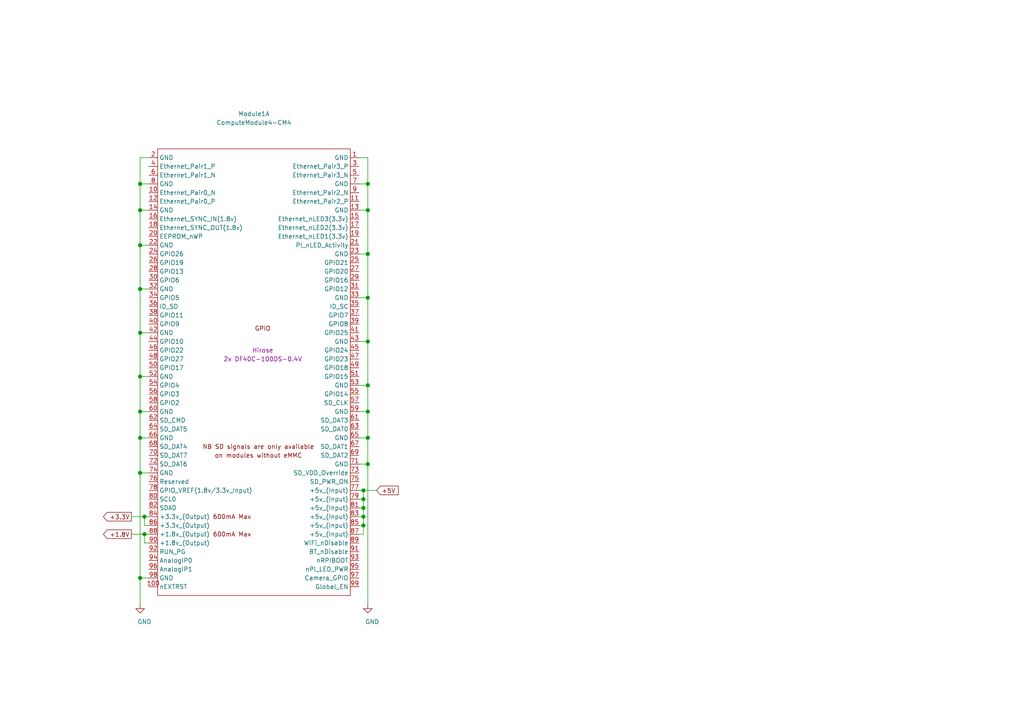
<source format=kicad_sch>
(kicad_sch (version 20211123) (generator eeschema)
  (paper "A4")
  (title_block (title "Raspberry Pi Compute Module 4 carrierusb-to-carrier") (date "2020-10-31") (rev "v01") (comment 2 "https://github.com/ChromiumOS-Guy/Carrierusb-to-Carrier/blob/main/LICENSE") (comment 3 "License: GNU General Public License v3.0") (comment 4 "Author: ChromiumOS-Guy"))
  (lib_symbols
    (symbol "CM4IO:ComputeModule4-CM4"
      (property "Reference" "Module" (at 113.03 -68.58 0))
      (property "Value" "ComputeModule4-CM4" (at 140.97 2.54 0))
      (property "Manufacturer" "Hirose" (at 0 0 0))
      (property "MPN" "2x DF40C-100DS-0.4V" (at 0 -2.54 0))
      (property "MPN (Alt)" "2x DF40HC(3.0)-100DS-0.4V" (at 0 0 0))
      (symbol "ComputeModule4-CM4_1_0"
        (text "GPIO" (at 0 6.35 0) (effects (font (size 1.27 1.27))))
      )
      (symbol "ComputeModule4-CM4_1_1"
        (rectangle (start -30.48 -71.12) (end 25.4 58.42))
        (text "600mA Max" (at -8.89 -53.34 0) (effects (font (size 1.27 1.27))))
        (text "600mA Max" (at -8.89 -48.26 0) (effects (font (size 1.27 1.27))))
        (text "NB SD signals are only available" (at -1.27 -27.94 0) (effects (font (size 1.27 1.27))))
        (text "on modules without eMMC" (at -1.27 -30.48 0) (effects (font (size 1.27 1.27))))
        (pin power_in line (at 27.94 55.88 180) (length 2.54) (name "GND") (number "1"))
        (pin passive line (at -33.02 45.72 0) (length 2.54) (name "Ethernet_Pair0_N") (number "10"))
        (pin output line (at -33.02 -68.58 0) (length 2.54) (name "nEXTRST") (number "100"))
        (pin passive line (at 27.94 43.18 180) (length 2.54) (name "Ethernet_Pair2_P") (number "11"))
        (pin passive line (at -33.02 43.18 0) (length 2.54) (name "Ethernet_Pair0_P") (number "12"))
        (pin power_in line (at 27.94 40.64 180) (length 2.54) (name "GND") (number "13"))
        (pin power_in line (at -33.02 40.64 0) (length 2.54) (name "GND") (number "14"))
        (pin output line (at 27.94 38.1 180) (length 2.54) (name "Ethernet_nLED3(3.3v)") (number "15"))
        (pin input line (at -33.02 38.1 0) (length 2.54) (name "Ethernet_SYNC_IN(1.8v)") (number "16"))
        (pin output line (at 27.94 35.56 180) (length 2.54) (name "Ethernet_nLED2(3.3v)") (number "17"))
        (pin input line (at -33.02 35.56 0) (length 2.54) (name "Ethernet_SYNC_OUT(1.8v)") (number "18"))
        (pin output line (at 27.94 33.02 180) (length 2.54) (name "Ethernet_nLED1(3.3v)") (number "19"))
        (pin power_in line (at -33.02 55.88 0) (length 2.54) (name "GND") (number "2"))
        (pin passive line (at -33.02 33.02 0) (length 2.54) (name "EEPROM_nWP") (number "20"))
        (pin open_collector line (at 27.94 30.48 180) (length 2.54) (name "PI_nLED_Activity") (number "21"))
        (pin power_in line (at -33.02 30.48 0) (length 2.54) (name "GND") (number "22"))
        (pin power_in line (at 27.94 27.94 180) (length 2.54) (name "GND") (number "23"))
        (pin passive line (at -33.02 27.94 0) (length 2.54) (name "GPIO26") (number "24"))
        (pin passive line (at 27.94 25.4 180) (length 2.54) (name "GPIO21") (number "25"))
        (pin passive line (at -33.02 25.4 0) (length 2.54) (name "GPIO19") (number "26"))
        (pin passive line (at 27.94 22.86 180) (length 2.54) (name "GPIO20") (number "27"))
        (pin passive line (at -33.02 22.86 0) (length 2.54) (name "GPIO13") (number "28"))
        (pin passive line (at 27.94 20.32 180) (length 2.54) (name "GPIO16") (number "29"))
        (pin passive line (at 27.94 53.34 180) (length 2.54) (name "Ethernet_Pair3_P") (number "3"))
        (pin passive line (at -33.02 20.32 0) (length 2.54) (name "GPIO6") (number "30"))
        (pin passive line (at 27.94 17.78 180) (length 2.54) (name "GPIO12") (number "31"))
        (pin power_in line (at -33.02 17.78 0) (length 2.54) (name "GND") (number "32"))
        (pin power_in line (at 27.94 15.24 180) (length 2.54) (name "GND") (number "33"))
        (pin passive line (at -33.02 15.24 0) (length 2.54) (name "GPIO5") (number "34"))
        (pin passive line (at 27.94 12.7 180) (length 2.54) (name "ID_SC") (number "35"))
        (pin passive line (at -33.02 12.7 0) (length 2.54) (name "ID_SD") (number "36"))
        (pin passive line (at 27.94 10.16 180) (length 2.54) (name "GPIO7") (number "37"))
        (pin passive line (at -33.02 10.16 0) (length 2.54) (name "GPIO11") (number "38"))
        (pin passive line (at 27.94 7.62 180) (length 2.54) (name "GPIO8") (number "39"))
        (pin passive line (at -33.02 53.34 0) (length 2.54) (name "Ethernet_Pair1_P") (number "4"))
        (pin passive line (at -33.02 7.62 0) (length 2.54) (name "GPIO9") (number "40"))
        (pin passive line (at 27.94 5.08 180) (length 2.54) (name "GPIO25") (number "41"))
        (pin power_in line (at -33.02 5.08 0) (length 2.54) (name "GND") (number "42"))
        (pin power_in line (at 27.94 2.54 180) (length 2.54) (name "GND") (number "43"))
        (pin passive line (at -33.02 2.54 0) (length 2.54) (name "GPIO10") (number "44"))
        (pin passive line (at 27.94 0 180) (length 2.54) (name "GPIO24") (number "45"))
        (pin passive line (at -33.02 0 0) (length 2.54) (name "GPIO22") (number "46"))
        (pin passive line (at 27.94 -2.54 180) (length 2.54) (name "GPIO23") (number "47"))
        (pin passive line (at -33.02 -2.54 0) (length 2.54) (name "GPIO27") (number "48"))
        (pin passive line (at 27.94 -5.08 180) (length 2.54) (name "GPIO18") (number "49"))
        (pin passive line (at 27.94 50.8 180) (length 2.54) (name "Ethernet_Pair3_N") (number "5"))
        (pin passive line (at -33.02 -5.08 0) (length 2.54) (name "GPIO17") (number "50"))
        (pin passive line (at 27.94 -7.62 180) (length 2.54) (name "GPIO15") (number "51"))
        (pin power_in line (at -33.02 -7.62 0) (length 2.54) (name "GND") (number "52"))
        (pin power_in line (at 27.94 -10.16 180) (length 2.54) (name "GND") (number "53"))
        (pin passive line (at -33.02 -10.16 0) (length 2.54) (name "GPIO4") (number "54"))
        (pin passive line (at 27.94 -12.7 180) (length 2.54) (name "GPIO14") (number "55"))
        (pin passive line (at -33.02 -12.7 0) (length 2.54) (name "GPIO3") (number "56"))
        (pin passive line (at 27.94 -15.24 180) (length 2.54) (name "SD_CLK") (number "57"))
        (pin passive line (at -33.02 -15.24 0) (length 2.54) (name "GPIO2") (number "58"))
        (pin power_in line (at 27.94 -17.78 180) (length 2.54) (name "GND") (number "59"))
        (pin passive line (at -33.02 50.8 0) (length 2.54) (name "Ethernet_Pair1_N") (number "6"))
        (pin power_in line (at -33.02 -17.78 0) (length 2.54) (name "GND") (number "60"))
        (pin passive line (at 27.94 -20.32 180) (length 2.54) (name "SD_DAT3") (number "61"))
        (pin passive line (at -33.02 -20.32 0) (length 2.54) (name "SD_CMD") (number "62"))
        (pin passive line (at 27.94 -22.86 180) (length 2.54) (name "SD_DAT0") (number "63"))
        (pin passive line (at -33.02 -22.86 0) (length 2.54) (name "SD_DAT5") (number "64"))
        (pin power_in line (at 27.94 -25.4 180) (length 2.54) (name "GND") (number "65"))
        (pin power_in line (at -33.02 -25.4 0) (length 2.54) (name "GND") (number "66"))
        (pin passive line (at 27.94 -27.94 180) (length 2.54) (name "SD_DAT1") (number "67"))
        (pin passive line (at -33.02 -27.94 0) (length 2.54) (name "SD_DAT4") (number "68"))
        (pin passive line (at 27.94 -30.48 180) (length 2.54) (name "SD_DAT2") (number "69"))
        (pin power_in line (at 27.94 48.26 180) (length 2.54) (name "GND") (number "7"))
        (pin passive line (at -33.02 -30.48 0) (length 2.54) (name "SD_DAT7") (number "70"))
        (pin power_in line (at 27.94 -33.02 180) (length 2.54) (name "GND") (number "71"))
        (pin passive line (at -33.02 -33.02 0) (length 2.54) (name "SD_DAT6") (number "72"))
        (pin input line (at 27.94 -35.56 180) (length 2.54) (name "SD_VDD_Override") (number "73"))
        (pin power_in line (at -33.02 -35.56 0) (length 2.54) (name "GND") (number "74"))
        (pin output line (at 27.94 -38.1 180) (length 2.54) (name "SD_PWR_ON") (number "75"))
        (pin passive line (at -33.02 -38.1 0) (length 2.54) (name "Reserved") (number "76"))
        (pin power_in line (at 27.94 -40.64 180) (length 2.54) (name "+5v_(Input)") (number "77"))
        (pin power_in line (at -33.02 -40.64 0) (length 2.54) (name "GPIO_VREF(1.8v/3.3v_Input)") (number "78"))
        (pin power_in line (at 27.94 -43.18 180) (length 2.54) (name "+5v_(Input)") (number "79"))
        (pin power_in line (at -33.02 48.26 0) (length 2.54) (name "GND") (number "8"))
        (pin passive line (at -33.02 -43.18 0) (length 2.54) (name "SCL0") (number "80"))
        (pin power_in line (at 27.94 -45.72 180) (length 2.54) (name "+5v_(Input)") (number "81"))
        (pin passive line (at -33.02 -45.72 0) (length 2.54) (name "SDA0") (number "82"))
        (pin power_in line (at 27.94 -48.26 180) (length 2.54) (name "+5v_(Input)") (number "83"))
        (pin power_out line (at -33.02 -48.26 0) (length 2.54) (name "+3.3v_(Output)") (number "84"))
        (pin power_in line (at 27.94 -50.8 180) (length 2.54) (name "+5v_(Input)") (number "85"))
        (pin power_out line (at -33.02 -50.8 0) (length 2.54) (name "+3.3v_(Output)") (number "86"))
        (pin power_in line (at 27.94 -53.34 180) (length 2.54) (name "+5v_(Input)") (number "87"))
        (pin power_out line (at -33.02 -53.34 0) (length 2.54) (name "+1.8v_(Output)") (number "88"))
        (pin power_in line (at 27.94 -55.88 180) (length 2.54) (name "WiFi_nDisable") (number "89"))
        (pin passive line (at 27.94 45.72 180) (length 2.54) (name "Ethernet_Pair2_N") (number "9"))
        (pin power_out line (at -33.02 -55.88 0) (length 2.54) (name "+1.8v_(Output)") (number "90"))
        (pin power_in line (at 27.94 -58.42 180) (length 2.54) (name "BT_nDisable") (number "91"))
        (pin passive line (at -33.02 -58.42 0) (length 2.54) (name "RUN_PG") (number "92"))
        (pin input line (at 27.94 -60.96 180) (length 2.54) (name "nRPIBOOT") (number "93"))
        (pin passive line (at -33.02 -60.96 0) (length 2.54) (name "AnalogIP0") (number "94"))
        (pin output line (at 27.94 -63.5 180) (length 2.54) (name "nPI_LED_PWR") (number "95"))
        (pin passive line (at -33.02 -63.5 0) (length 2.54) (name "AnalogIP1") (number "96"))
        (pin passive line (at 27.94 -66.04 180) (length 2.54) (name "Camera_GPIO") (number "97"))
        (pin power_in line (at -33.02 -66.04 0) (length 2.54) (name "GND") (number "98"))
        (pin input line (at 27.94 -68.58 180) (length 2.54) (name "Global_EN") (number "99"))
      )
      (symbol "ComputeModule4-CM4_2_1"
        (rectangle (start 114.3 -66.04) (end 165.1 63.5))
        (text "High Speed Serial" (at 140.97 0 0) (effects (font (size 1.27 1.27))))
        (pin input line (at 170.18 60.96 180) (length 5.08) (name "USB_OTG_ID") (number "101"))
        (pin input line (at 109.22 60.96 0) (length 5.08) (name "PCIe_CLK_nREQ") (number "102"))
        (pin passive line (at 170.18 58.42 180) (length 5.08) (name "USB2_N") (number "103"))
        (pin passive line (at 109.22 58.42 0) (length 5.08) (name "Reserved") (number "104"))
        (pin passive line (at 170.18 55.88 180) (length 5.08) (name "USB2_P") (number "105"))
        (pin passive line (at 109.22 55.88 0) (length 5.08) (name "Reserved") (number "106"))
        (pin power_in line (at 170.18 53.34 180) (length 5.08) (name "GND") (number "107"))
        (pin power_in line (at 109.22 53.34 0) (length 5.08) (name "GND") (number "108"))
        (pin bidirectional line (at 170.18 50.8 180) (length 5.08) (name "PCIe_nRST") (number "109"))
        (pin output line (at 109.22 50.8 0) (length 5.08) (name "PCIe_CLK_P") (number "110"))
        (pin passive line (at 170.18 48.26 180) (length 5.08) (name "VDAC_COMP") (number "111"))
        (pin output line (at 109.22 48.26 0) (length 5.08) (name "PCIe_CLK_N") (number "112"))
        (pin power_in line (at 170.18 45.72 180) (length 5.08) (name "GND") (number "113"))
        (pin power_in line (at 109.22 45.72 0) (length 5.08) (name "GND") (number "114"))
        (pin input line (at 170.18 43.18 180) (length 5.08) (name "CAM1_D0_N") (number "115"))
        (pin input line (at 109.22 43.18 0) (length 5.08) (name "PCIe_RX_P") (number "116"))
        (pin input line (at 170.18 40.64 180) (length 5.08) (name "CAM1_D0_P") (number "117"))
        (pin input line (at 109.22 40.64 0) (length 5.08) (name "PCIe_RX_N") (number "118"))
        (pin power_in line (at 170.18 38.1 180) (length 5.08) (name "GND") (number "119"))
        (pin power_in line (at 109.22 38.1 0) (length 5.08) (name "GND") (number "120"))
        (pin input line (at 170.18 35.56 180) (length 5.08) (name "CAM1_D1_N") (number "121"))
        (pin output line (at 109.22 35.56 0) (length 5.08) (name "PCIe_TX_P") (number "122"))
        (pin input line (at 170.18 33.02 180) (length 5.08) (name "CAM1_D1_P") (number "123"))
        (pin output line (at 109.22 33.02 0) (length 5.08) (name "PCIe_TX_N") (number "124"))
        (pin power_in line (at 170.18 30.48 180) (length 5.08) (name "GND") (number "125"))
        (pin power_in line (at 109.22 30.48 0) (length 5.08) (name "GND") (number "126"))
        (pin input line (at 170.18 27.94 180) (length 5.08) (name "CAM1_C_N") (number "127"))
        (pin input line (at 109.22 27.94 0) (length 5.08) (name "CAM0_D0_N") (number "128"))
        (pin input line (at 170.18 25.4 180) (length 5.08) (name "CAM1_C_P") (number "129"))
        (pin input line (at 109.22 25.4 0) (length 5.08) (name "CAM0_D0_P") (number "130"))
        (pin power_in line (at 170.18 22.86 180) (length 5.08) (name "GND") (number "131"))
        (pin power_in line (at 109.22 22.86 0) (length 5.08) (name "GND") (number "132"))
        (pin input line (at 170.18 20.32 180) (length 5.08) (name "CAM1_D2_N") (number "133"))
        (pin input line (at 109.22 20.32 0) (length 5.08) (name "CAM0_D1_N") (number "134"))
        (pin input line (at 170.18 17.78 180) (length 5.08) (name "CAM1_D2_P") (number "135"))
        (pin input line (at 109.22 17.78 0) (length 5.08) (name "CAM0_D1_P") (number "136"))
        (pin power_in line (at 170.18 15.24 180) (length 5.08) (name "GND") (number "137"))
        (pin power_in line (at 109.22 15.24 0) (length 5.08) (name "GND") (number "138"))
        (pin input line (at 170.18 12.7 180) (length 5.08) (name "CAM1_D3_N") (number "139"))
        (pin input line (at 109.22 12.7 0) (length 5.08) (name "CAM0_C_N") (number "140"))
        (pin input line (at 170.18 10.16 180) (length 5.08) (name "CAM1_D3_P") (number "141"))
        (pin input line (at 109.22 10.16 0) (length 5.08) (name "CAM0_C_P") (number "142"))
        (pin input line (at 170.18 7.62 180) (length 5.08) (name "HDMI1_HOTPLUG") (number "143"))
        (pin power_in line (at 109.22 7.62 0) (length 5.08) (name "GND") (number "144"))
        (pin bidirectional line (at 170.18 5.08 180) (length 5.08) (name "HDMI1_SDA") (number "145"))
        (pin output line (at 109.22 5.08 0) (length 5.08) (name "HDMI1_TX2_P") (number "146"))
        (pin open_collector line (at 170.18 2.54 180) (length 5.08) (name "HDMI1_SCL") (number "147"))
        (pin output line (at 109.22 2.54 0) (length 5.08) (name "HDMI1_TX2_N") (number "148"))
        (pin open_collector line (at 170.18 0 180) (length 5.08) (name "HDMI1_CEC") (number "149"))
        (pin power_in line (at 109.22 0 0) (length 5.08) (name "GND") (number "150"))
        (pin open_collector line (at 170.18 -2.54 180) (length 5.08) (name "HDMI0_CEC") (number "151"))
        (pin output line (at 109.22 -2.54 0) (length 5.08) (name "HDMI1_TX1_P") (number "152"))
        (pin input line (at 170.18 -5.08 180) (length 5.08) (name "HDMI0_HOTPLUG") (number "153"))
        (pin output line (at 109.22 -5.08 0) (length 5.08) (name "HDMI1_TX1_N") (number "154"))
        (pin power_in line (at 170.18 -7.62 180) (length 5.08) (name "GND") (number "155"))
        (pin power_in line (at 109.22 -7.62 0) (length 5.08) (name "GND") (number "156"))
        (pin output line (at 170.18 -10.16 180) (length 5.08) (name "DSI0_D0_N") (number "157"))
        (pin output line (at 109.22 -10.16 0) (length 5.08) (name "HDMI1_TX0_P") (number "158"))
        (pin output line (at 170.18 -12.7 180) (length 5.08) (name "DSI0_D0_P") (number "159"))
        (pin output line (at 109.22 -12.7 0) (length 5.08) (name "HDMI1_TX0_N") (number "160"))
        (pin power_in line (at 170.18 -15.24 180) (length 5.08) (name "GND") (number "161"))
        (pin power_in line (at 109.22 -15.24 0) (length 5.08) (name "GND") (number "162"))
        (pin output line (at 170.18 -17.78 180) (length 5.08) (name "DSI0_D1_N") (number "163"))
        (pin output line (at 109.22 -17.78 0) (length 5.08) (name "HDMI1_CLK_P") (number "164"))
        (pin output line (at 170.18 -20.32 180) (length 5.08) (name "DSI0_D1_P") (number "165"))
        (pin output line (at 109.22 -20.32 0) (length 5.08) (name "HDMI1_CLK_N") (number "166"))
        (pin power_in line (at 170.18 -22.86 180) (length 5.08) (name "GND") (number "167"))
        (pin power_in line (at 109.22 -22.86 0) (length 5.08) (name "GND") (number "168"))
        (pin output line (at 170.18 -25.4 180) (length 5.08) (name "DSI0_C_N") (number "169"))
        (pin output line (at 109.22 -25.4 0) (length 5.08) (name "HDMI0_TX2_P") (number "170"))
        (pin output line (at 170.18 -27.94 180) (length 5.08) (name "DSI0_C_P") (number "171"))
        (pin output line (at 109.22 -27.94 0) (length 5.08) (name "HDMI0_TX2_N") (number "172"))
        (pin power_in line (at 170.18 -30.48 180) (length 5.08) (name "GND") (number "173"))
        (pin power_in line (at 109.22 -30.48 0) (length 5.08) (name "GND") (number "174"))
        (pin output line (at 170.18 -33.02 180) (length 5.08) (name "DSI1_D0_N") (number "175"))
        (pin output line (at 109.22 -33.02 0) (length 5.08) (name "HDMI0_TX1_P") (number "176"))
        (pin output line (at 170.18 -35.56 180) (length 5.08) (name "DSI1_D0_P") (number "177"))
        (pin output line (at 109.22 -35.56 0) (length 5.08) (name "HDMI0_TX1_N") (number "178"))
        (pin power_in line (at 170.18 -38.1 180) (length 5.08) (name "GND") (number "179"))
        (pin power_in line (at 109.22 -38.1 0) (length 5.08) (name "GND") (number "180"))
        (pin output line (at 170.18 -40.64 180) (length 5.08) (name "DSI1_D1_N") (number "181"))
        (pin output line (at 109.22 -40.64 0) (length 5.08) (name "HDMI0_TX0_P") (number "182"))
        (pin output line (at 170.18 -43.18 180) (length 5.08) (name "DSI1_D1_P") (number "183"))
        (pin output line (at 109.22 -43.18 0) (length 5.08) (name "HDMI0_TX0_N") (number "184"))
        (pin power_in line (at 170.18 -45.72 180) (length 5.08) (name "GND") (number "185"))
        (pin power_in line (at 109.22 -45.72 0) (length 5.08) (name "GND") (number "186"))
        (pin output line (at 170.18 -48.26 180) (length 5.08) (name "DSI1_C_N") (number "187"))
        (pin output line (at 109.22 -48.26 0) (length 5.08) (name "HDMI0_CLK_P") (number "188"))
        (pin output line (at 170.18 -50.8 180) (length 5.08) (name "DSI1_C_P") (number "189"))
        (pin output line (at 109.22 -50.8 0) (length 5.08) (name "HDMI0_CLK_N") (number "190"))
        (pin power_in line (at 170.18 -53.34 180) (length 5.08) (name "GND") (number "191"))
        (pin power_in line (at 109.22 -53.34 0) (length 5.08) (name "GND") (number "192"))
        (pin output line (at 170.18 -55.88 180) (length 5.08) (name "DSI1_D2_N") (number "193"))
        (pin output line (at 109.22 -55.88 0) (length 5.08) (name "DSI1_D3_N") (number "194"))
        (pin output line (at 170.18 -58.42 180) (length 5.08) (name "DSI1_D2_P") (number "195"))
        (pin output line (at 109.22 -58.42 0) (length 5.08) (name "DSI1_D3_P") (number "196"))
        (pin power_in line (at 170.18 -60.96 180) (length 5.08) (name "GND") (number "197"))
        (pin power_in line (at 109.22 -60.96 0) (length 5.08) (name "GND") (number "198"))
        (pin bidirectional line (at 170.18 -63.5 180) (length 5.08) (name "HDMI0_SDA") (number "199"))
        (pin open_collector line (at 109.22 -63.5 0) (length 5.08) (name "HDMI0_SCL") (number "200"))
      )
    )
    (symbol "power:GND" (power) (pin_names (offset 0))
      (property "Value" "GND" (at 0 -3.81 0))
      (symbol "GND_0_1"
        (polyline (pts (xy 0 0) (xy 0 -1.27) (xy 1.27 -1.27) (xy 0 -2.54) (xy -1.27 -1.27) (xy 0 -1.27)))
      )
      (symbol "GND_1_1"
        (pin power_in line (at 0 0 270) (length 0) hide (name "GND") (number "1"))
      )
    )
  )
  (junction (at 106.68 134.62) (diameter 1.016))
  (junction (at 41.91 149.86) (diameter 1.016))
  (junction (at 40.64 83.82) (diameter 1.016))
  (junction (at 105.41 149.86) (diameter 1.016))
  (junction (at 106.68 53.34) (diameter 1.016))
  (junction (at 40.64 96.52) (diameter 1.016))
  (junction (at 40.64 127) (diameter 1.016))
  (junction (at 106.68 127) (diameter 1.016))
  (junction (at 40.64 109.22) (diameter 1.016))
  (junction (at 105.41 147.32) (diameter 1.016))
  (junction (at 40.64 53.34) (diameter 1.016))
  (junction (at 106.68 111.76) (diameter 1.016))
  (junction (at 40.64 60.96) (diameter 1.016))
  (junction (at 106.68 73.66) (diameter 1.016))
  (junction (at 106.68 119.38) (diameter 1.016))
  (junction (at 105.41 142.24) (diameter 1.016))
  (junction (at 106.68 60.96) (diameter 1.016))
  (junction (at 105.41 152.4) (diameter 1.016))
  (junction (at 105.41 144.78) (diameter 1.016))
  (junction (at 40.64 167.64) (diameter 1.016))
  (junction (at 40.64 71.12) (diameter 1.016))
  (junction (at 106.68 86.36) (diameter 1.016))
  (junction (at 41.91 154.94) (diameter 1.016))
  (junction (at 40.64 137.16) (diameter 1.016))
  (junction (at 106.68 99.06) (diameter 1.016))
  (junction (at 40.64 119.38) (diameter 1.016))
  (wire (pts (xy 104.14 154.94) (xy 105.41 154.94)))
  (wire (pts (xy 40.64 53.34) (xy 43.18 53.34)))
  (wire (pts (xy 40.64 96.52) (xy 40.64 109.22)))
  (wire (pts (xy 40.64 45.72) (xy 40.64 53.34)))
  (wire (pts (xy 104.14 127) (xy 106.68 127)))
  (wire (pts (xy 40.64 83.82) (xy 40.64 96.52)))
  (wire (pts (xy 40.64 71.12) (xy 43.18 71.12)))
  (wire (pts (xy 40.64 167.64) (xy 43.18 167.64)))
  (wire (pts (xy 40.64 119.38) (xy 43.18 119.38)))
  (wire (pts (xy 41.91 149.86) (xy 43.18 149.86)))
  (wire (pts (xy 104.14 45.72) (xy 106.68 45.72)))
  (wire (pts (xy 104.14 60.96) (xy 106.68 60.96)))
  (wire (pts (xy 40.64 127) (xy 43.18 127)))
  (wire (pts (xy 40.64 109.22) (xy 40.64 119.38)))
  (wire (pts (xy 104.14 86.36) (xy 106.68 86.36)))
  (wire (pts (xy 40.64 83.82) (xy 43.18 83.82)))
  (wire (pts (xy 41.91 154.94) (xy 43.18 154.94)))
  (wire (pts (xy 104.14 142.24) (xy 105.41 142.24)))
  (wire (pts (xy 104.14 134.62) (xy 106.68 134.62)))
  (wire (pts (xy 104.14 147.32) (xy 105.41 147.32)))
  (wire (pts (xy 106.68 86.36) (xy 106.68 99.06)))
  (wire (pts (xy 40.64 60.96) (xy 40.64 71.12)))
  (wire (pts (xy 40.64 96.52) (xy 43.18 96.52)))
  (wire (pts (xy 104.14 53.34) (xy 106.68 53.34)))
  (wire (pts (xy 104.14 119.38) (xy 106.68 119.38)))
  (wire (pts (xy 106.68 111.76) (xy 106.68 119.38)))
  (wire (pts (xy 40.64 109.22) (xy 43.18 109.22)))
  (wire (pts (xy 40.64 53.34) (xy 40.64 60.96)))
  (wire (pts (xy 43.18 152.4) (xy 41.91 152.4)))
  (wire (pts (xy 106.68 73.66) (xy 106.68 86.36)))
  (wire (pts (xy 40.64 167.64) (xy 40.64 175.26)))
  (wire (pts (xy 106.68 60.96) (xy 106.68 73.66)))
  (wire (pts (xy 105.41 149.86) (xy 105.41 147.32)))
  (wire (pts (xy 106.68 134.62) (xy 106.68 175.26)))
  (wire (pts (xy 106.68 45.72) (xy 106.68 53.34)))
  (wire (pts (xy 104.14 144.78) (xy 105.41 144.78)))
  (wire (pts (xy 104.14 111.76) (xy 106.68 111.76)))
  (wire (pts (xy 38.1 149.86) (xy 41.91 149.86)))
  (wire (pts (xy 40.64 127) (xy 40.64 137.16)))
  (wire (pts (xy 40.64 60.96) (xy 43.18 60.96)))
  (wire (pts (xy 106.68 127) (xy 106.68 134.62)))
  (wire (pts (xy 105.41 147.32) (xy 105.41 144.78)))
  (wire (pts (xy 106.68 99.06) (xy 106.68 111.76)))
  (wire (pts (xy 105.41 142.24) (xy 109.22 142.24)))
  (wire (pts (xy 40.64 137.16) (xy 40.64 167.64)))
  (wire (pts (xy 43.18 45.72) (xy 40.64 45.72)))
  (wire (pts (xy 105.41 144.78) (xy 105.41 142.24)))
  (wire (pts (xy 104.14 149.86) (xy 105.41 149.86)))
  (wire (pts (xy 40.64 137.16) (xy 43.18 137.16)))
  (wire (pts (xy 105.41 152.4) (xy 105.41 149.86)))
  (wire (pts (xy 38.1 154.94) (xy 41.91 154.94)))
  (wire (pts (xy 41.91 152.4) (xy 41.91 149.86)))
  (wire (pts (xy 41.91 157.48) (xy 41.91 154.94)))
  (wire (pts (xy 105.41 154.94) (xy 105.41 152.4)))
  (wire (pts (xy 104.14 73.66) (xy 106.68 73.66)))
  (wire (pts (xy 104.14 99.06) (xy 106.68 99.06)))
  (wire (pts (xy 106.68 53.34) (xy 106.68 60.96)))
  (wire (pts (xy 104.14 152.4) (xy 105.41 152.4)))
  (wire (pts (xy 43.18 157.48) (xy 41.91 157.48)))
  (wire (pts (xy 40.64 71.12) (xy 40.64 83.82)))
  (wire (pts (xy 106.68 119.38) (xy 106.68 127)))
  (wire (pts (xy 40.64 119.38) (xy 40.64 127)))
  (global_label "+3.3V" (shape output) (at 38.1 149.86 180) (property "Intersheet References" "${INTERSHEET_REFS}" (effects hide)))
  (global_label "+1.8V" (shape output) (at 38.1 154.94 180) (property "Intersheet References" "${INTERSHEET_REFS}" (effects hide)))
  (global_label "+5V" (shape input) (at 109.22 142.24 0) (property "Intersheet References" "${INTERSHEET_REFS}" (effects hide)))
  (symbol (lib_id "power:GND") (at 40.64 175.26 0) (unit 1)
    (property "Reference" "#PWR?" (effects hide))
    (property "Value" "GND" (at 41.91 180.34 0))
  )
  (symbol (lib_id "power:GND") (at 106.68 175.26 0) (unit 1)
    (property "Reference" "#PWR?" (effects hide))
    (property "Value" "GND" (at 107.95 180.34 0))
  )
  (symbol (lib_id "CM4IO:ComputeModule4-CM4") (at 76.2 101.6 0) (unit 1)
    (property "Reference" "Module1" (at 73.66 33.02 0))
    (property "Value" "ComputeModule4-CM4" (at 73.66 35.56 0))
    (property "Footprint" "CM4IO:Raspberry-Pi-4-Compute-Module" (effects hide))
    (property "Manufacturer" "Hirose" (at 76.2 101.6 0))
    (property "MPN" "2x DF40C-100DS-0.4V" (at 76.2 104.14 0))
    (property "Digi-Key_PN" "2x H11615CT-ND" (effects hide))
    (property "Digi-Key_PN (Alt)" "2x H124602CT-ND" (effects hide))
  )
)
</source>
